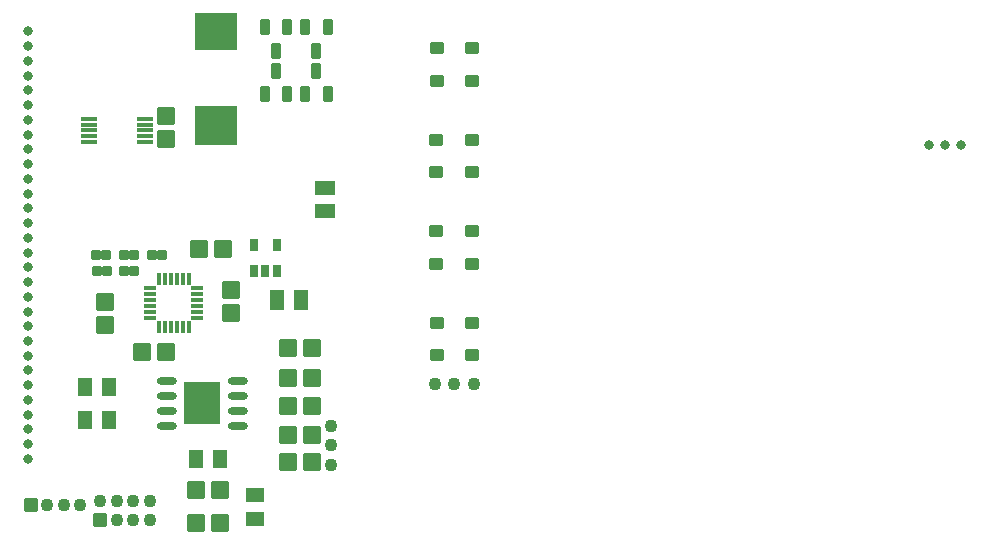
<source format=gbs>
G04 Layer: BottomSolderMaskLayer*
G04 EasyEDA Pro v2.2.45.4, 2026-01-20 19:36:07*
G04 Gerber Generator version 0.3*
G04 Scale: 100 percent, Rotated: No, Reflected: No*
G04 Dimensions in millimeters*
G04 Leading zeros omitted, absolute positions, 4 integers and 5 decimals*
G04 Generated by one-click*
%FSLAX45Y45*%
%MOMM*%
%AMRoundRect*1,1,$1,$2,$3*1,1,$1,$4,$5*1,1,$1,0-$2,0-$3*1,1,$1,0-$4,0-$5*20,1,$1,$2,$3,$4,$5,0*20,1,$1,$4,$5,0-$2,0-$3,0*20,1,$1,0-$2,0-$3,0-$4,0-$5,0*20,1,$1,0-$4,0-$5,$2,$3,0*4,1,4,$2,$3,$4,$5,0-$2,0-$3,0-$4,0-$5,$2,$3,0*%
%ADD10C,1.1016*%
%ADD11RoundRect,0.09691X-1.75234X-1.00234X-1.75234X1.00234*%
%ADD12RoundRect,0.17384X-0.51468X0.78968X0.51468X0.78968*%
%ADD13RoundRect,0.09017X-0.35571X-0.63072X-0.35571X0.63072*%
%ADD14RoundRect,0.09387X-0.69237X-0.57013X-0.69237X0.57013*%
%ADD15RoundRect,0.0960X-0.57013X0.69237X0.57013X0.69237*%
%ADD16RoundRect,0.09387X-0.57013X0.69237X0.57013X0.69237*%
%ADD17O,1.7016X0.7016*%
%ADD18RoundRect,0.09838X-1.50161X1.75161X1.50161X1.75161*%
%ADD19RoundRect,0.08X-0.16X0.46X0.16X0.46*%
%ADD20RoundRect,0.08X-0.46X-0.16X-0.46X0.16*%
%ADD21RoundRect,0.08752X-0.30625X0.50625X0.30625X0.50625*%
%ADD22RoundRect,0.08136X-0.66032X-0.16032X-0.66032X0.16032*%
%ADD23RoundRect,0.16217X-0.32049X0.34551X0.32049X0.34551*%
%ADD24RoundRect,0.09495X-0.70833X0.67833X0.70833X0.67833*%
%ADD25RoundRect,0.17384X-0.78968X-0.51468X-0.78968X0.51468*%
%ADD26RoundRect,0.09495X-0.67833X-0.70833X-0.67833X0.70833*%
%ADD27C,0.8016*%
%ADD28RoundRect,0.09465X-1.73147X-0.64474X-1.73147X0.64474*%
%ADD29RoundRect,0.09302X-0.50429X0.50429X0.50429X0.50429*%
%ADD30RoundRect,0.0918X-0.5049X0.42991X0.5049X0.42991*%
G75*


G04 Pad Start*
G54D10*
G01X3746500Y749300D03*
G01X3911600Y749300D03*
G01X4076700Y749300D03*
G01X2870200Y393700D03*
G01X2870200Y228600D03*
G01X2870200Y63500D03*
G54D11*
G01X1892300Y2870200D03*
G01X1892300Y3789335D03*
G54D12*
G01X2614600Y1460500D03*
G01X2414600Y1460500D03*
G54D13*
G01X2838196Y3202000D03*
G01X2648204Y3202000D03*
G01X2743200Y3402000D03*
G01X2495921Y3202625D03*
G01X2305929Y3202625D03*
G01X2400925Y3402625D03*
G54D14*
G01X2222500Y-192100D03*
G01X2222500Y-392100D03*
G54D16*
G01X1728800Y114300D03*
G01X1928800Y114300D03*
G01X789000Y444500D03*
G01X989000Y444500D03*
G01X789000Y723900D03*
G01X989000Y723900D03*
G54D17*
G01X1478001Y393700D03*
G01X1478001Y520700D03*
G01X1478001Y647700D03*
G01X1478001Y774700D03*
G01X2077999Y393700D03*
G01X2077999Y520700D03*
G01X2077999Y647700D03*
G01X2077999Y774700D03*
G54D18*
G01X1778000Y584200D03*
G54D19*
G01X1661693Y1235100D03*
G01X1611706Y1235100D03*
G01X1561694Y1235100D03*
G01X1511706Y1235100D03*
G01X1461694Y1235100D03*
G01X1411707Y1235100D03*
G54D20*
G01X1336700Y1310107D03*
G01X1336700Y1360094D03*
G01X1336700Y1410106D03*
G01X1336700Y1460094D03*
G01X1336700Y1510106D03*
G01X1336700Y1560093D03*
G54D19*
G01X1411707Y1635100D03*
G01X1461694Y1635100D03*
G01X1511706Y1635100D03*
G01X1561694Y1635100D03*
G01X1611706Y1635100D03*
G01X1661693Y1635100D03*
G54D20*
G01X1736700Y1560093D03*
G01X1736700Y1510106D03*
G01X1736700Y1460094D03*
G01X1736700Y1410106D03*
G01X1736700Y1360094D03*
G01X1736700Y1310107D03*
G54D21*
G01X2311400Y1706093D03*
G01X2216404Y1706093D03*
G01X2406396Y1706093D03*
G01X2216404Y1926107D03*
G01X2406396Y1926107D03*
G54D22*
G01X1289101Y2995600D03*
G01X1289101Y2945613D03*
G01X1289101Y2895625D03*
G01X1289101Y2845613D03*
G01X1289101Y2795600D03*
G01X819099Y2795626D03*
G01X819099Y2845613D03*
G01X819099Y2895600D03*
G01X819099Y2945613D03*
G01X819099Y2995625D03*
G54D23*
G01X1113282Y1701805D03*
G01X1198118Y1701805D03*
G54D24*
G01X2503500Y317500D03*
G01X2703500Y317500D03*
G01X1728800Y-152400D03*
G01X1928800Y-152400D03*
G01X2703500Y1054100D03*
G01X2503500Y1054100D03*
G01X2503500Y558800D03*
G01X2703500Y558800D03*
G01X2503500Y800100D03*
G01X2703500Y800100D03*
G01X1954200Y1892300D03*
G01X1754200Y1892300D03*
G01X2503500Y88900D03*
G01X2703500Y88900D03*
G54D25*
G01X2819400Y2211400D03*
G01X2819400Y2411400D03*
G54D26*
G01X952500Y1246200D03*
G01X952500Y1446200D03*
G54D24*
G01X1271600Y1016000D03*
G01X1471600Y1016000D03*
G54D26*
G01X2019300Y1347800D03*
G01X2019300Y1547800D03*
G01X1473200Y3021000D03*
G01X1473200Y2821000D03*
G54D24*
G01X1728800Y-431800D03*
G01X1928800Y-431800D03*
G54D23*
G01X1113282Y1841505D03*
G01X1198118Y1841505D03*
G01X1354582Y1841505D03*
G01X1439418Y1841505D03*
G54D27*
G01X7929880Y2768600D03*
G01X8064500Y2768600D03*
G01X8199120Y2768600D03*
G54D28*
G01X1892300Y3033471D03*
G01X1892300Y3646729D03*
G54D23*
G01X882101Y1843749D03*
G01X966937Y1843749D03*
G01X884682Y1701805D03*
G01X969518Y1701805D03*
G54D29*
G01X914400Y-406400D03*
G54D10*
G01X1054100Y-406400D03*
G01X1193800Y-406400D03*
G01X1333500Y-406400D03*
G01X1333500Y-241300D03*
G01X1193800Y-241300D03*
G01X1054100Y-241300D03*
G01X914400Y-241300D03*
G54D30*
G01X3761600Y3591890D03*
G01X3761600Y3316910D03*
G01X4061600Y3591890D03*
G01X4061600Y3316910D03*
G01X3760600Y2817190D03*
G01X3760600Y2542210D03*
G01X4060599Y2817190D03*
G01X4060599Y2542210D03*
G01X3760600Y2042490D03*
G01X3760600Y1767510D03*
G01X4060599Y2042490D03*
G01X4060599Y1767510D03*
G01X3761600Y1267790D03*
G01X3761600Y992810D03*
G01X4061600Y1267790D03*
G01X4061600Y992810D03*
G54D13*
G01X2305304Y3770300D03*
G01X2495296Y3770300D03*
G01X2400300Y3570300D03*
G01X2648204Y3770300D03*
G01X2838196Y3770300D03*
G01X2743200Y3570300D03*
G54D10*
G01X464220Y-271720D03*
G01X603920Y-271720D03*
G01X743620Y-271720D03*
G54D29*
G01X324520Y-271720D03*
G54D27*
G01X304800Y114300D03*
G01X304800Y239110D03*
G01X304800Y363921D03*
G01X304800Y488731D03*
G01X304800Y613541D03*
G01X304800Y738352D03*
G01X304800Y863162D03*
G01X304800Y987972D03*
G01X304800Y1112783D03*
G01X304800Y1237593D03*
G01X304800Y1362403D03*
G01X304800Y1487214D03*
G01X304800Y1612024D03*
G01X304800Y1736834D03*
G01X304800Y1861645D03*
G01X304800Y1986455D03*
G01X304800Y2111266D03*
G01X304800Y2236076D03*
G01X304800Y2360886D03*
G01X304800Y2485697D03*
G01X304800Y2610507D03*
G01X304800Y2735317D03*
G01X304800Y2860128D03*
G01X304800Y2984938D03*
G01X304800Y3109748D03*
G01X304800Y3234559D03*
G01X304800Y3359369D03*
G01X304800Y3484179D03*
G01X304800Y3608990D03*
G01X304800Y3733800D03*
G04 Pad End*

M02*


</source>
